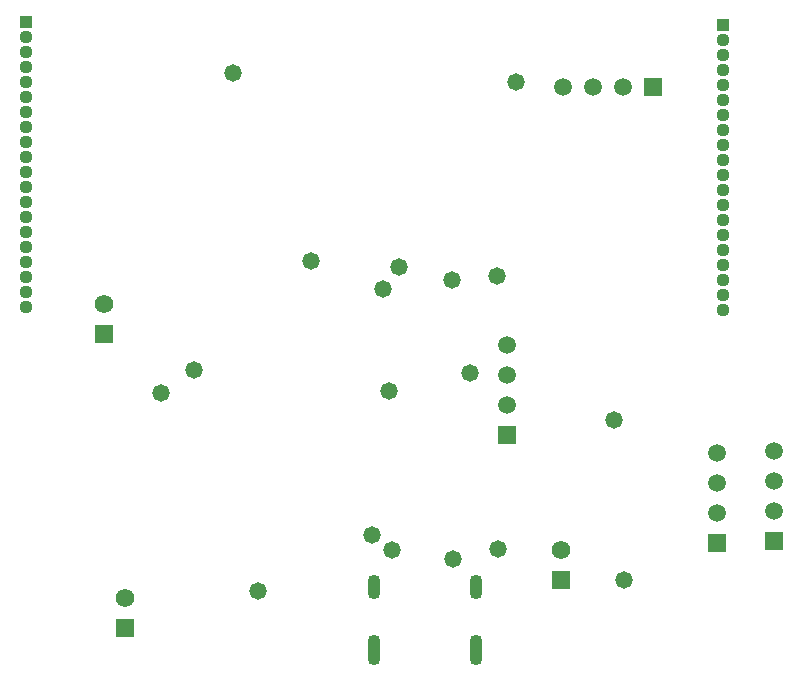
<source format=gbs>
G04*
G04 #@! TF.GenerationSoftware,Altium Limited,Altium Designer,23.1.1 (15)*
G04*
G04 Layer_Color=16711935*
%FSLAX44Y44*%
%MOMM*%
G71*
G04*
G04 #@! TF.SameCoordinates,A4D4DC3D-09BA-49FB-81B5-C576A0A79F62*
G04*
G04*
G04 #@! TF.FilePolarity,Negative*
G04*
G01*
G75*
%ADD54C,1.5700*%
%ADD55R,1.5700X1.5700*%
%ADD56R,1.5200X1.5200*%
%ADD57C,1.5200*%
%ADD58C,1.1200*%
%ADD59R,1.1200X1.1200*%
%ADD60R,1.5200X1.5200*%
G04:AMPARAMS|DCode=61|XSize=1.1mm|YSize=2.1mm|CornerRadius=0.55mm|HoleSize=0mm|Usage=FLASHONLY|Rotation=0.000|XOffset=0mm|YOffset=0mm|HoleType=Round|Shape=RoundedRectangle|*
%AMROUNDEDRECTD61*
21,1,1.1000,1.0000,0,0,0.0*
21,1,0.0000,2.1000,0,0,0.0*
1,1,1.1000,0.0000,-0.5000*
1,1,1.1000,0.0000,-0.5000*
1,1,1.1000,0.0000,0.5000*
1,1,1.1000,0.0000,0.5000*
%
%ADD61ROUNDEDRECTD61*%
G04:AMPARAMS|DCode=62|XSize=1.1mm|YSize=2.6mm|CornerRadius=0.55mm|HoleSize=0mm|Usage=FLASHONLY|Rotation=0.000|XOffset=0mm|YOffset=0mm|HoleType=Round|Shape=RoundedRectangle|*
%AMROUNDEDRECTD62*
21,1,1.1000,1.5000,0,0,0.0*
21,1,0.0000,2.6000,0,0,0.0*
1,1,1.1000,0.0000,-0.7500*
1,1,1.1000,0.0000,-0.7500*
1,1,1.1000,0.0000,0.7500*
1,1,1.1000,0.0000,0.7500*
%
%ADD62ROUNDEDRECTD62*%
%ADD63C,1.4732*%
D54*
X476250Y317500D02*
D03*
X458470Y566420D02*
D03*
X845820Y358140D02*
D03*
D55*
X476250Y292100D02*
D03*
X458470Y541020D02*
D03*
X845820Y332740D02*
D03*
D56*
X1026160Y365760D02*
D03*
X977900Y364490D02*
D03*
X800100Y455930D02*
D03*
D57*
X1026160Y391160D02*
D03*
Y416560D02*
D03*
Y441960D02*
D03*
X977900Y440690D02*
D03*
Y415290D02*
D03*
Y389890D02*
D03*
X800100Y532130D02*
D03*
Y506730D02*
D03*
Y481330D02*
D03*
X897890Y750570D02*
D03*
X872490D02*
D03*
X847090D02*
D03*
D58*
X982980Y561340D02*
D03*
Y574040D02*
D03*
Y586740D02*
D03*
Y599440D02*
D03*
Y612140D02*
D03*
Y624840D02*
D03*
Y637540D02*
D03*
Y650240D02*
D03*
Y662940D02*
D03*
Y675640D02*
D03*
Y688340D02*
D03*
Y701040D02*
D03*
Y713740D02*
D03*
Y726440D02*
D03*
Y739140D02*
D03*
Y751840D02*
D03*
Y764540D02*
D03*
Y777240D02*
D03*
Y789940D02*
D03*
X392430Y792480D02*
D03*
Y779780D02*
D03*
Y767080D02*
D03*
Y754380D02*
D03*
Y741680D02*
D03*
Y728980D02*
D03*
Y716280D02*
D03*
Y703580D02*
D03*
Y690880D02*
D03*
Y678180D02*
D03*
Y665480D02*
D03*
Y652780D02*
D03*
Y640080D02*
D03*
Y627380D02*
D03*
Y614680D02*
D03*
Y601980D02*
D03*
Y589280D02*
D03*
Y576580D02*
D03*
Y563880D02*
D03*
D59*
X982980Y802640D02*
D03*
X392430Y805180D02*
D03*
D60*
X923290Y750570D02*
D03*
D61*
X687050Y326970D02*
D03*
X773450D02*
D03*
D62*
X687050Y273370D02*
D03*
X773450D02*
D03*
D63*
X589288Y323850D02*
D03*
X792480Y359410D02*
D03*
X699770Y493190D02*
D03*
X807521Y754579D02*
D03*
X753110Y586740D02*
D03*
X791210Y590550D02*
D03*
X685800Y370840D02*
D03*
X702310Y358140D02*
D03*
X768350Y508000D02*
D03*
X694690Y579120D02*
D03*
X633730Y603250D02*
D03*
X890270Y468630D02*
D03*
X708660Y598170D02*
D03*
X899160Y332740D02*
D03*
X506730Y491490D02*
D03*
X534670Y510540D02*
D03*
X754380Y350520D02*
D03*
X567690Y762000D02*
D03*
M02*

</source>
